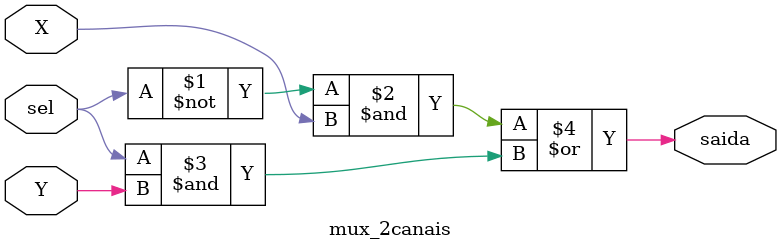
<source format=v>
/*
Projeto: mux_2canais
Dupla: Pedro Augusto, Tulio Horta
Data: 22/09
*/

module mux_2canais(X,Y, sel, saida);
input X, Y, sel;
output saida;

assign saida = (~sel & X) | (sel & Y);

endmodule
</source>
